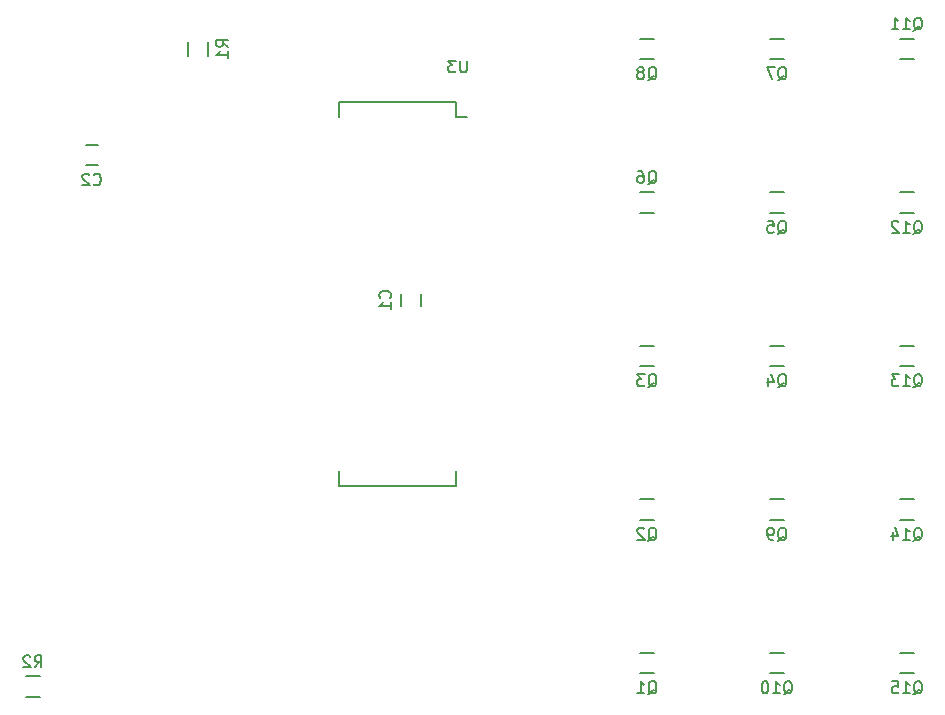
<source format=gbo>
G04 #@! TF.FileFunction,Legend,Bot*
%FSLAX46Y46*%
G04 Gerber Fmt 4.6, Leading zero omitted, Abs format (unit mm)*
G04 Created by KiCad (PCBNEW 4.0.0-2.201511301920+6191~38~ubuntu14.04.1-stable) date Fri 11 Mar 2016 15:08:48 AEDT*
%MOMM*%
G01*
G04 APERTURE LIST*
%ADD10C,0.100000*%
%ADD11C,0.150000*%
G04 APERTURE END LIST*
D10*
D11*
X194150000Y-86750000D02*
X194150000Y-85750000D01*
X195850000Y-85750000D02*
X195850000Y-86750000D01*
X168500000Y-74850000D02*
X167500000Y-74850000D01*
X167500000Y-73150000D02*
X168500000Y-73150000D01*
X215600000Y-116125000D02*
X214400000Y-116125000D01*
X214400000Y-117875000D02*
X215600000Y-117875000D01*
X215600000Y-103125000D02*
X214400000Y-103125000D01*
X214400000Y-104875000D02*
X215600000Y-104875000D01*
X215600000Y-90125000D02*
X214400000Y-90125000D01*
X214400000Y-91875000D02*
X215600000Y-91875000D01*
X226600000Y-90125000D02*
X225400000Y-90125000D01*
X225400000Y-91875000D02*
X226600000Y-91875000D01*
X226600000Y-77125000D02*
X225400000Y-77125000D01*
X225400000Y-78875000D02*
X226600000Y-78875000D01*
X214400000Y-78875000D02*
X215600000Y-78875000D01*
X215600000Y-77125000D02*
X214400000Y-77125000D01*
X226600000Y-64125000D02*
X225400000Y-64125000D01*
X225400000Y-65875000D02*
X226600000Y-65875000D01*
X215600000Y-64125000D02*
X214400000Y-64125000D01*
X214400000Y-65875000D02*
X215600000Y-65875000D01*
X226600000Y-103125000D02*
X225400000Y-103125000D01*
X225400000Y-104875000D02*
X226600000Y-104875000D01*
X226600000Y-116125000D02*
X225400000Y-116125000D01*
X225400000Y-117875000D02*
X226600000Y-117875000D01*
X236400000Y-65875000D02*
X237600000Y-65875000D01*
X237600000Y-64125000D02*
X236400000Y-64125000D01*
X237600000Y-77125000D02*
X236400000Y-77125000D01*
X236400000Y-78875000D02*
X237600000Y-78875000D01*
X237600000Y-90125000D02*
X236400000Y-90125000D01*
X236400000Y-91875000D02*
X237600000Y-91875000D01*
X237600000Y-103125000D02*
X236400000Y-103125000D01*
X236400000Y-104875000D02*
X237600000Y-104875000D01*
X237600000Y-116125000D02*
X236400000Y-116125000D01*
X236400000Y-117875000D02*
X237600000Y-117875000D01*
X176125000Y-64400000D02*
X176125000Y-65600000D01*
X177875000Y-65600000D02*
X177875000Y-64400000D01*
X162400000Y-119875000D02*
X163600000Y-119875000D01*
X163600000Y-118125000D02*
X162400000Y-118125000D01*
X198865000Y-69455000D02*
X198865000Y-70725000D01*
X188975000Y-69455000D02*
X188975000Y-70725000D01*
X188975000Y-101985000D02*
X188975000Y-100715000D01*
X198865000Y-101985000D02*
X198865000Y-100715000D01*
X198865000Y-69455000D02*
X188975000Y-69455000D01*
X198865000Y-101985000D02*
X188975000Y-101985000D01*
X198865000Y-70725000D02*
X199800000Y-70725000D01*
X193257143Y-86083334D02*
X193304762Y-86035715D01*
X193352381Y-85892858D01*
X193352381Y-85797620D01*
X193304762Y-85654762D01*
X193209524Y-85559524D01*
X193114286Y-85511905D01*
X192923810Y-85464286D01*
X192780952Y-85464286D01*
X192590476Y-85511905D01*
X192495238Y-85559524D01*
X192400000Y-85654762D01*
X192352381Y-85797620D01*
X192352381Y-85892858D01*
X192400000Y-86035715D01*
X192447619Y-86083334D01*
X193352381Y-87035715D02*
X193352381Y-86464286D01*
X193352381Y-86750000D02*
X192352381Y-86750000D01*
X192495238Y-86654762D01*
X192590476Y-86559524D01*
X192638095Y-86464286D01*
X168166666Y-76457143D02*
X168214285Y-76504762D01*
X168357142Y-76552381D01*
X168452380Y-76552381D01*
X168595238Y-76504762D01*
X168690476Y-76409524D01*
X168738095Y-76314286D01*
X168785714Y-76123810D01*
X168785714Y-75980952D01*
X168738095Y-75790476D01*
X168690476Y-75695238D01*
X168595238Y-75600000D01*
X168452380Y-75552381D01*
X168357142Y-75552381D01*
X168214285Y-75600000D01*
X168166666Y-75647619D01*
X167785714Y-75647619D02*
X167738095Y-75600000D01*
X167642857Y-75552381D01*
X167404761Y-75552381D01*
X167309523Y-75600000D01*
X167261904Y-75647619D01*
X167214285Y-75742857D01*
X167214285Y-75838095D01*
X167261904Y-75980952D01*
X167833333Y-76552381D01*
X167214285Y-76552381D01*
X215095238Y-119647619D02*
X215190476Y-119600000D01*
X215285714Y-119504762D01*
X215428571Y-119361905D01*
X215523810Y-119314286D01*
X215619048Y-119314286D01*
X215571429Y-119552381D02*
X215666667Y-119504762D01*
X215761905Y-119409524D01*
X215809524Y-119219048D01*
X215809524Y-118885714D01*
X215761905Y-118695238D01*
X215666667Y-118600000D01*
X215571429Y-118552381D01*
X215380952Y-118552381D01*
X215285714Y-118600000D01*
X215190476Y-118695238D01*
X215142857Y-118885714D01*
X215142857Y-119219048D01*
X215190476Y-119409524D01*
X215285714Y-119504762D01*
X215380952Y-119552381D01*
X215571429Y-119552381D01*
X214190476Y-119552381D02*
X214761905Y-119552381D01*
X214476191Y-119552381D02*
X214476191Y-118552381D01*
X214571429Y-118695238D01*
X214666667Y-118790476D01*
X214761905Y-118838095D01*
X215095238Y-106647619D02*
X215190476Y-106600000D01*
X215285714Y-106504762D01*
X215428571Y-106361905D01*
X215523810Y-106314286D01*
X215619048Y-106314286D01*
X215571429Y-106552381D02*
X215666667Y-106504762D01*
X215761905Y-106409524D01*
X215809524Y-106219048D01*
X215809524Y-105885714D01*
X215761905Y-105695238D01*
X215666667Y-105600000D01*
X215571429Y-105552381D01*
X215380952Y-105552381D01*
X215285714Y-105600000D01*
X215190476Y-105695238D01*
X215142857Y-105885714D01*
X215142857Y-106219048D01*
X215190476Y-106409524D01*
X215285714Y-106504762D01*
X215380952Y-106552381D01*
X215571429Y-106552381D01*
X214761905Y-105647619D02*
X214714286Y-105600000D01*
X214619048Y-105552381D01*
X214380952Y-105552381D01*
X214285714Y-105600000D01*
X214238095Y-105647619D01*
X214190476Y-105742857D01*
X214190476Y-105838095D01*
X214238095Y-105980952D01*
X214809524Y-106552381D01*
X214190476Y-106552381D01*
X215095238Y-93647619D02*
X215190476Y-93600000D01*
X215285714Y-93504762D01*
X215428571Y-93361905D01*
X215523810Y-93314286D01*
X215619048Y-93314286D01*
X215571429Y-93552381D02*
X215666667Y-93504762D01*
X215761905Y-93409524D01*
X215809524Y-93219048D01*
X215809524Y-92885714D01*
X215761905Y-92695238D01*
X215666667Y-92600000D01*
X215571429Y-92552381D01*
X215380952Y-92552381D01*
X215285714Y-92600000D01*
X215190476Y-92695238D01*
X215142857Y-92885714D01*
X215142857Y-93219048D01*
X215190476Y-93409524D01*
X215285714Y-93504762D01*
X215380952Y-93552381D01*
X215571429Y-93552381D01*
X214809524Y-92552381D02*
X214190476Y-92552381D01*
X214523810Y-92933333D01*
X214380952Y-92933333D01*
X214285714Y-92980952D01*
X214238095Y-93028571D01*
X214190476Y-93123810D01*
X214190476Y-93361905D01*
X214238095Y-93457143D01*
X214285714Y-93504762D01*
X214380952Y-93552381D01*
X214666667Y-93552381D01*
X214761905Y-93504762D01*
X214809524Y-93457143D01*
X226095238Y-93647619D02*
X226190476Y-93600000D01*
X226285714Y-93504762D01*
X226428571Y-93361905D01*
X226523810Y-93314286D01*
X226619048Y-93314286D01*
X226571429Y-93552381D02*
X226666667Y-93504762D01*
X226761905Y-93409524D01*
X226809524Y-93219048D01*
X226809524Y-92885714D01*
X226761905Y-92695238D01*
X226666667Y-92600000D01*
X226571429Y-92552381D01*
X226380952Y-92552381D01*
X226285714Y-92600000D01*
X226190476Y-92695238D01*
X226142857Y-92885714D01*
X226142857Y-93219048D01*
X226190476Y-93409524D01*
X226285714Y-93504762D01*
X226380952Y-93552381D01*
X226571429Y-93552381D01*
X225285714Y-92885714D02*
X225285714Y-93552381D01*
X225523810Y-92504762D02*
X225761905Y-93219048D01*
X225142857Y-93219048D01*
X226095238Y-80647619D02*
X226190476Y-80600000D01*
X226285714Y-80504762D01*
X226428571Y-80361905D01*
X226523810Y-80314286D01*
X226619048Y-80314286D01*
X226571429Y-80552381D02*
X226666667Y-80504762D01*
X226761905Y-80409524D01*
X226809524Y-80219048D01*
X226809524Y-79885714D01*
X226761905Y-79695238D01*
X226666667Y-79600000D01*
X226571429Y-79552381D01*
X226380952Y-79552381D01*
X226285714Y-79600000D01*
X226190476Y-79695238D01*
X226142857Y-79885714D01*
X226142857Y-80219048D01*
X226190476Y-80409524D01*
X226285714Y-80504762D01*
X226380952Y-80552381D01*
X226571429Y-80552381D01*
X225238095Y-79552381D02*
X225714286Y-79552381D01*
X225761905Y-80028571D01*
X225714286Y-79980952D01*
X225619048Y-79933333D01*
X225380952Y-79933333D01*
X225285714Y-79980952D01*
X225238095Y-80028571D01*
X225190476Y-80123810D01*
X225190476Y-80361905D01*
X225238095Y-80457143D01*
X225285714Y-80504762D01*
X225380952Y-80552381D01*
X225619048Y-80552381D01*
X225714286Y-80504762D01*
X225761905Y-80457143D01*
X215095238Y-76447619D02*
X215190476Y-76400000D01*
X215285714Y-76304762D01*
X215428571Y-76161905D01*
X215523810Y-76114286D01*
X215619048Y-76114286D01*
X215571429Y-76352381D02*
X215666667Y-76304762D01*
X215761905Y-76209524D01*
X215809524Y-76019048D01*
X215809524Y-75685714D01*
X215761905Y-75495238D01*
X215666667Y-75400000D01*
X215571429Y-75352381D01*
X215380952Y-75352381D01*
X215285714Y-75400000D01*
X215190476Y-75495238D01*
X215142857Y-75685714D01*
X215142857Y-76019048D01*
X215190476Y-76209524D01*
X215285714Y-76304762D01*
X215380952Y-76352381D01*
X215571429Y-76352381D01*
X214285714Y-75352381D02*
X214476191Y-75352381D01*
X214571429Y-75400000D01*
X214619048Y-75447619D01*
X214714286Y-75590476D01*
X214761905Y-75780952D01*
X214761905Y-76161905D01*
X214714286Y-76257143D01*
X214666667Y-76304762D01*
X214571429Y-76352381D01*
X214380952Y-76352381D01*
X214285714Y-76304762D01*
X214238095Y-76257143D01*
X214190476Y-76161905D01*
X214190476Y-75923810D01*
X214238095Y-75828571D01*
X214285714Y-75780952D01*
X214380952Y-75733333D01*
X214571429Y-75733333D01*
X214666667Y-75780952D01*
X214714286Y-75828571D01*
X214761905Y-75923810D01*
X226095238Y-67647619D02*
X226190476Y-67600000D01*
X226285714Y-67504762D01*
X226428571Y-67361905D01*
X226523810Y-67314286D01*
X226619048Y-67314286D01*
X226571429Y-67552381D02*
X226666667Y-67504762D01*
X226761905Y-67409524D01*
X226809524Y-67219048D01*
X226809524Y-66885714D01*
X226761905Y-66695238D01*
X226666667Y-66600000D01*
X226571429Y-66552381D01*
X226380952Y-66552381D01*
X226285714Y-66600000D01*
X226190476Y-66695238D01*
X226142857Y-66885714D01*
X226142857Y-67219048D01*
X226190476Y-67409524D01*
X226285714Y-67504762D01*
X226380952Y-67552381D01*
X226571429Y-67552381D01*
X225809524Y-66552381D02*
X225142857Y-66552381D01*
X225571429Y-67552381D01*
X215095238Y-67647619D02*
X215190476Y-67600000D01*
X215285714Y-67504762D01*
X215428571Y-67361905D01*
X215523810Y-67314286D01*
X215619048Y-67314286D01*
X215571429Y-67552381D02*
X215666667Y-67504762D01*
X215761905Y-67409524D01*
X215809524Y-67219048D01*
X215809524Y-66885714D01*
X215761905Y-66695238D01*
X215666667Y-66600000D01*
X215571429Y-66552381D01*
X215380952Y-66552381D01*
X215285714Y-66600000D01*
X215190476Y-66695238D01*
X215142857Y-66885714D01*
X215142857Y-67219048D01*
X215190476Y-67409524D01*
X215285714Y-67504762D01*
X215380952Y-67552381D01*
X215571429Y-67552381D01*
X214571429Y-66980952D02*
X214666667Y-66933333D01*
X214714286Y-66885714D01*
X214761905Y-66790476D01*
X214761905Y-66742857D01*
X214714286Y-66647619D01*
X214666667Y-66600000D01*
X214571429Y-66552381D01*
X214380952Y-66552381D01*
X214285714Y-66600000D01*
X214238095Y-66647619D01*
X214190476Y-66742857D01*
X214190476Y-66790476D01*
X214238095Y-66885714D01*
X214285714Y-66933333D01*
X214380952Y-66980952D01*
X214571429Y-66980952D01*
X214666667Y-67028571D01*
X214714286Y-67076190D01*
X214761905Y-67171429D01*
X214761905Y-67361905D01*
X214714286Y-67457143D01*
X214666667Y-67504762D01*
X214571429Y-67552381D01*
X214380952Y-67552381D01*
X214285714Y-67504762D01*
X214238095Y-67457143D01*
X214190476Y-67361905D01*
X214190476Y-67171429D01*
X214238095Y-67076190D01*
X214285714Y-67028571D01*
X214380952Y-66980952D01*
X226095238Y-106647619D02*
X226190476Y-106600000D01*
X226285714Y-106504762D01*
X226428571Y-106361905D01*
X226523810Y-106314286D01*
X226619048Y-106314286D01*
X226571429Y-106552381D02*
X226666667Y-106504762D01*
X226761905Y-106409524D01*
X226809524Y-106219048D01*
X226809524Y-105885714D01*
X226761905Y-105695238D01*
X226666667Y-105600000D01*
X226571429Y-105552381D01*
X226380952Y-105552381D01*
X226285714Y-105600000D01*
X226190476Y-105695238D01*
X226142857Y-105885714D01*
X226142857Y-106219048D01*
X226190476Y-106409524D01*
X226285714Y-106504762D01*
X226380952Y-106552381D01*
X226571429Y-106552381D01*
X225666667Y-106552381D02*
X225476191Y-106552381D01*
X225380952Y-106504762D01*
X225333333Y-106457143D01*
X225238095Y-106314286D01*
X225190476Y-106123810D01*
X225190476Y-105742857D01*
X225238095Y-105647619D01*
X225285714Y-105600000D01*
X225380952Y-105552381D01*
X225571429Y-105552381D01*
X225666667Y-105600000D01*
X225714286Y-105647619D01*
X225761905Y-105742857D01*
X225761905Y-105980952D01*
X225714286Y-106076190D01*
X225666667Y-106123810D01*
X225571429Y-106171429D01*
X225380952Y-106171429D01*
X225285714Y-106123810D01*
X225238095Y-106076190D01*
X225190476Y-105980952D01*
X226571428Y-119647619D02*
X226666666Y-119600000D01*
X226761904Y-119504762D01*
X226904761Y-119361905D01*
X227000000Y-119314286D01*
X227095238Y-119314286D01*
X227047619Y-119552381D02*
X227142857Y-119504762D01*
X227238095Y-119409524D01*
X227285714Y-119219048D01*
X227285714Y-118885714D01*
X227238095Y-118695238D01*
X227142857Y-118600000D01*
X227047619Y-118552381D01*
X226857142Y-118552381D01*
X226761904Y-118600000D01*
X226666666Y-118695238D01*
X226619047Y-118885714D01*
X226619047Y-119219048D01*
X226666666Y-119409524D01*
X226761904Y-119504762D01*
X226857142Y-119552381D01*
X227047619Y-119552381D01*
X225666666Y-119552381D02*
X226238095Y-119552381D01*
X225952381Y-119552381D02*
X225952381Y-118552381D01*
X226047619Y-118695238D01*
X226142857Y-118790476D01*
X226238095Y-118838095D01*
X225047619Y-118552381D02*
X224952380Y-118552381D01*
X224857142Y-118600000D01*
X224809523Y-118647619D01*
X224761904Y-118742857D01*
X224714285Y-118933333D01*
X224714285Y-119171429D01*
X224761904Y-119361905D01*
X224809523Y-119457143D01*
X224857142Y-119504762D01*
X224952380Y-119552381D01*
X225047619Y-119552381D01*
X225142857Y-119504762D01*
X225190476Y-119457143D01*
X225238095Y-119361905D01*
X225285714Y-119171429D01*
X225285714Y-118933333D01*
X225238095Y-118742857D01*
X225190476Y-118647619D01*
X225142857Y-118600000D01*
X225047619Y-118552381D01*
X237571428Y-63447619D02*
X237666666Y-63400000D01*
X237761904Y-63304762D01*
X237904761Y-63161905D01*
X238000000Y-63114286D01*
X238095238Y-63114286D01*
X238047619Y-63352381D02*
X238142857Y-63304762D01*
X238238095Y-63209524D01*
X238285714Y-63019048D01*
X238285714Y-62685714D01*
X238238095Y-62495238D01*
X238142857Y-62400000D01*
X238047619Y-62352381D01*
X237857142Y-62352381D01*
X237761904Y-62400000D01*
X237666666Y-62495238D01*
X237619047Y-62685714D01*
X237619047Y-63019048D01*
X237666666Y-63209524D01*
X237761904Y-63304762D01*
X237857142Y-63352381D01*
X238047619Y-63352381D01*
X236666666Y-63352381D02*
X237238095Y-63352381D01*
X236952381Y-63352381D02*
X236952381Y-62352381D01*
X237047619Y-62495238D01*
X237142857Y-62590476D01*
X237238095Y-62638095D01*
X235714285Y-63352381D02*
X236285714Y-63352381D01*
X236000000Y-63352381D02*
X236000000Y-62352381D01*
X236095238Y-62495238D01*
X236190476Y-62590476D01*
X236285714Y-62638095D01*
X237571428Y-80647619D02*
X237666666Y-80600000D01*
X237761904Y-80504762D01*
X237904761Y-80361905D01*
X238000000Y-80314286D01*
X238095238Y-80314286D01*
X238047619Y-80552381D02*
X238142857Y-80504762D01*
X238238095Y-80409524D01*
X238285714Y-80219048D01*
X238285714Y-79885714D01*
X238238095Y-79695238D01*
X238142857Y-79600000D01*
X238047619Y-79552381D01*
X237857142Y-79552381D01*
X237761904Y-79600000D01*
X237666666Y-79695238D01*
X237619047Y-79885714D01*
X237619047Y-80219048D01*
X237666666Y-80409524D01*
X237761904Y-80504762D01*
X237857142Y-80552381D01*
X238047619Y-80552381D01*
X236666666Y-80552381D02*
X237238095Y-80552381D01*
X236952381Y-80552381D02*
X236952381Y-79552381D01*
X237047619Y-79695238D01*
X237142857Y-79790476D01*
X237238095Y-79838095D01*
X236285714Y-79647619D02*
X236238095Y-79600000D01*
X236142857Y-79552381D01*
X235904761Y-79552381D01*
X235809523Y-79600000D01*
X235761904Y-79647619D01*
X235714285Y-79742857D01*
X235714285Y-79838095D01*
X235761904Y-79980952D01*
X236333333Y-80552381D01*
X235714285Y-80552381D01*
X237571428Y-93647619D02*
X237666666Y-93600000D01*
X237761904Y-93504762D01*
X237904761Y-93361905D01*
X238000000Y-93314286D01*
X238095238Y-93314286D01*
X238047619Y-93552381D02*
X238142857Y-93504762D01*
X238238095Y-93409524D01*
X238285714Y-93219048D01*
X238285714Y-92885714D01*
X238238095Y-92695238D01*
X238142857Y-92600000D01*
X238047619Y-92552381D01*
X237857142Y-92552381D01*
X237761904Y-92600000D01*
X237666666Y-92695238D01*
X237619047Y-92885714D01*
X237619047Y-93219048D01*
X237666666Y-93409524D01*
X237761904Y-93504762D01*
X237857142Y-93552381D01*
X238047619Y-93552381D01*
X236666666Y-93552381D02*
X237238095Y-93552381D01*
X236952381Y-93552381D02*
X236952381Y-92552381D01*
X237047619Y-92695238D01*
X237142857Y-92790476D01*
X237238095Y-92838095D01*
X236333333Y-92552381D02*
X235714285Y-92552381D01*
X236047619Y-92933333D01*
X235904761Y-92933333D01*
X235809523Y-92980952D01*
X235761904Y-93028571D01*
X235714285Y-93123810D01*
X235714285Y-93361905D01*
X235761904Y-93457143D01*
X235809523Y-93504762D01*
X235904761Y-93552381D01*
X236190476Y-93552381D01*
X236285714Y-93504762D01*
X236333333Y-93457143D01*
X237571428Y-106647619D02*
X237666666Y-106600000D01*
X237761904Y-106504762D01*
X237904761Y-106361905D01*
X238000000Y-106314286D01*
X238095238Y-106314286D01*
X238047619Y-106552381D02*
X238142857Y-106504762D01*
X238238095Y-106409524D01*
X238285714Y-106219048D01*
X238285714Y-105885714D01*
X238238095Y-105695238D01*
X238142857Y-105600000D01*
X238047619Y-105552381D01*
X237857142Y-105552381D01*
X237761904Y-105600000D01*
X237666666Y-105695238D01*
X237619047Y-105885714D01*
X237619047Y-106219048D01*
X237666666Y-106409524D01*
X237761904Y-106504762D01*
X237857142Y-106552381D01*
X238047619Y-106552381D01*
X236666666Y-106552381D02*
X237238095Y-106552381D01*
X236952381Y-106552381D02*
X236952381Y-105552381D01*
X237047619Y-105695238D01*
X237142857Y-105790476D01*
X237238095Y-105838095D01*
X235809523Y-105885714D02*
X235809523Y-106552381D01*
X236047619Y-105504762D02*
X236285714Y-106219048D01*
X235666666Y-106219048D01*
X237571428Y-119647619D02*
X237666666Y-119600000D01*
X237761904Y-119504762D01*
X237904761Y-119361905D01*
X238000000Y-119314286D01*
X238095238Y-119314286D01*
X238047619Y-119552381D02*
X238142857Y-119504762D01*
X238238095Y-119409524D01*
X238285714Y-119219048D01*
X238285714Y-118885714D01*
X238238095Y-118695238D01*
X238142857Y-118600000D01*
X238047619Y-118552381D01*
X237857142Y-118552381D01*
X237761904Y-118600000D01*
X237666666Y-118695238D01*
X237619047Y-118885714D01*
X237619047Y-119219048D01*
X237666666Y-119409524D01*
X237761904Y-119504762D01*
X237857142Y-119552381D01*
X238047619Y-119552381D01*
X236666666Y-119552381D02*
X237238095Y-119552381D01*
X236952381Y-119552381D02*
X236952381Y-118552381D01*
X237047619Y-118695238D01*
X237142857Y-118790476D01*
X237238095Y-118838095D01*
X235761904Y-118552381D02*
X236238095Y-118552381D01*
X236285714Y-119028571D01*
X236238095Y-118980952D01*
X236142857Y-118933333D01*
X235904761Y-118933333D01*
X235809523Y-118980952D01*
X235761904Y-119028571D01*
X235714285Y-119123810D01*
X235714285Y-119361905D01*
X235761904Y-119457143D01*
X235809523Y-119504762D01*
X235904761Y-119552381D01*
X236142857Y-119552381D01*
X236238095Y-119504762D01*
X236285714Y-119457143D01*
X179552381Y-64833334D02*
X179076190Y-64500000D01*
X179552381Y-64261905D02*
X178552381Y-64261905D01*
X178552381Y-64642858D01*
X178600000Y-64738096D01*
X178647619Y-64785715D01*
X178742857Y-64833334D01*
X178885714Y-64833334D01*
X178980952Y-64785715D01*
X179028571Y-64738096D01*
X179076190Y-64642858D01*
X179076190Y-64261905D01*
X179552381Y-65785715D02*
X179552381Y-65214286D01*
X179552381Y-65500000D02*
X178552381Y-65500000D01*
X178695238Y-65404762D01*
X178790476Y-65309524D01*
X178838095Y-65214286D01*
X163166666Y-117352381D02*
X163500000Y-116876190D01*
X163738095Y-117352381D02*
X163738095Y-116352381D01*
X163357142Y-116352381D01*
X163261904Y-116400000D01*
X163214285Y-116447619D01*
X163166666Y-116542857D01*
X163166666Y-116685714D01*
X163214285Y-116780952D01*
X163261904Y-116828571D01*
X163357142Y-116876190D01*
X163738095Y-116876190D01*
X162785714Y-116447619D02*
X162738095Y-116400000D01*
X162642857Y-116352381D01*
X162404761Y-116352381D01*
X162309523Y-116400000D01*
X162261904Y-116447619D01*
X162214285Y-116542857D01*
X162214285Y-116638095D01*
X162261904Y-116780952D01*
X162833333Y-117352381D01*
X162214285Y-117352381D01*
X199761905Y-65982381D02*
X199761905Y-66791905D01*
X199714286Y-66887143D01*
X199666667Y-66934762D01*
X199571429Y-66982381D01*
X199380952Y-66982381D01*
X199285714Y-66934762D01*
X199238095Y-66887143D01*
X199190476Y-66791905D01*
X199190476Y-65982381D01*
X198809524Y-65982381D02*
X198190476Y-65982381D01*
X198523810Y-66363333D01*
X198380952Y-66363333D01*
X198285714Y-66410952D01*
X198238095Y-66458571D01*
X198190476Y-66553810D01*
X198190476Y-66791905D01*
X198238095Y-66887143D01*
X198285714Y-66934762D01*
X198380952Y-66982381D01*
X198666667Y-66982381D01*
X198761905Y-66934762D01*
X198809524Y-66887143D01*
M02*

</source>
